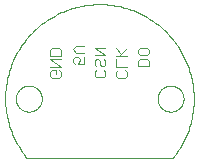
<source format=gbo>
G75*
%MOIN*%
%OFA0B0*%
%FSLAX25Y25*%
%IPPOS*%
%LPD*%
%AMOC8*
5,1,8,0,0,1.08239X$1,22.5*
%
%ADD10C,0.00000*%
%ADD11C,0.00300*%
%ADD12C,0.00400*%
D10*
X0008237Y0001406D02*
X0057056Y0001406D01*
X0051937Y0021091D02*
X0051939Y0021222D01*
X0051945Y0021354D01*
X0051955Y0021485D01*
X0051969Y0021616D01*
X0051987Y0021746D01*
X0052009Y0021875D01*
X0052034Y0022004D01*
X0052064Y0022132D01*
X0052098Y0022259D01*
X0052135Y0022386D01*
X0052176Y0022510D01*
X0052221Y0022634D01*
X0052270Y0022756D01*
X0052322Y0022877D01*
X0052378Y0022995D01*
X0052438Y0023113D01*
X0052501Y0023228D01*
X0052568Y0023341D01*
X0052638Y0023453D01*
X0052711Y0023562D01*
X0052787Y0023668D01*
X0052867Y0023773D01*
X0052950Y0023875D01*
X0053036Y0023974D01*
X0053125Y0024071D01*
X0053217Y0024165D01*
X0053312Y0024256D01*
X0053409Y0024345D01*
X0053509Y0024430D01*
X0053612Y0024512D01*
X0053717Y0024591D01*
X0053824Y0024667D01*
X0053934Y0024739D01*
X0054046Y0024808D01*
X0054160Y0024874D01*
X0054275Y0024936D01*
X0054393Y0024995D01*
X0054512Y0025050D01*
X0054633Y0025102D01*
X0054756Y0025149D01*
X0054880Y0025193D01*
X0055005Y0025234D01*
X0055131Y0025270D01*
X0055259Y0025303D01*
X0055387Y0025331D01*
X0055516Y0025356D01*
X0055646Y0025377D01*
X0055776Y0025394D01*
X0055907Y0025407D01*
X0056038Y0025416D01*
X0056169Y0025421D01*
X0056301Y0025422D01*
X0056432Y0025419D01*
X0056564Y0025412D01*
X0056695Y0025401D01*
X0056825Y0025386D01*
X0056955Y0025367D01*
X0057085Y0025344D01*
X0057213Y0025318D01*
X0057341Y0025287D01*
X0057468Y0025252D01*
X0057594Y0025214D01*
X0057718Y0025172D01*
X0057842Y0025126D01*
X0057963Y0025076D01*
X0058083Y0025023D01*
X0058202Y0024966D01*
X0058319Y0024906D01*
X0058433Y0024842D01*
X0058546Y0024774D01*
X0058657Y0024703D01*
X0058766Y0024629D01*
X0058872Y0024552D01*
X0058976Y0024471D01*
X0059077Y0024388D01*
X0059176Y0024301D01*
X0059272Y0024211D01*
X0059365Y0024118D01*
X0059456Y0024023D01*
X0059543Y0023925D01*
X0059628Y0023824D01*
X0059709Y0023721D01*
X0059787Y0023615D01*
X0059862Y0023507D01*
X0059934Y0023397D01*
X0060002Y0023285D01*
X0060067Y0023171D01*
X0060128Y0023054D01*
X0060186Y0022936D01*
X0060240Y0022816D01*
X0060291Y0022695D01*
X0060338Y0022572D01*
X0060381Y0022448D01*
X0060420Y0022323D01*
X0060456Y0022196D01*
X0060487Y0022068D01*
X0060515Y0021940D01*
X0060539Y0021811D01*
X0060559Y0021681D01*
X0060575Y0021550D01*
X0060587Y0021419D01*
X0060595Y0021288D01*
X0060599Y0021157D01*
X0060599Y0021025D01*
X0060595Y0020894D01*
X0060587Y0020763D01*
X0060575Y0020632D01*
X0060559Y0020501D01*
X0060539Y0020371D01*
X0060515Y0020242D01*
X0060487Y0020114D01*
X0060456Y0019986D01*
X0060420Y0019859D01*
X0060381Y0019734D01*
X0060338Y0019610D01*
X0060291Y0019487D01*
X0060240Y0019366D01*
X0060186Y0019246D01*
X0060128Y0019128D01*
X0060067Y0019011D01*
X0060002Y0018897D01*
X0059934Y0018785D01*
X0059862Y0018675D01*
X0059787Y0018567D01*
X0059709Y0018461D01*
X0059628Y0018358D01*
X0059543Y0018257D01*
X0059456Y0018159D01*
X0059365Y0018064D01*
X0059272Y0017971D01*
X0059176Y0017881D01*
X0059077Y0017794D01*
X0058976Y0017711D01*
X0058872Y0017630D01*
X0058766Y0017553D01*
X0058657Y0017479D01*
X0058546Y0017408D01*
X0058434Y0017340D01*
X0058319Y0017276D01*
X0058202Y0017216D01*
X0058083Y0017159D01*
X0057963Y0017106D01*
X0057842Y0017056D01*
X0057718Y0017010D01*
X0057594Y0016968D01*
X0057468Y0016930D01*
X0057341Y0016895D01*
X0057213Y0016864D01*
X0057085Y0016838D01*
X0056955Y0016815D01*
X0056825Y0016796D01*
X0056695Y0016781D01*
X0056564Y0016770D01*
X0056432Y0016763D01*
X0056301Y0016760D01*
X0056169Y0016761D01*
X0056038Y0016766D01*
X0055907Y0016775D01*
X0055776Y0016788D01*
X0055646Y0016805D01*
X0055516Y0016826D01*
X0055387Y0016851D01*
X0055259Y0016879D01*
X0055131Y0016912D01*
X0055005Y0016948D01*
X0054880Y0016989D01*
X0054756Y0017033D01*
X0054633Y0017080D01*
X0054512Y0017132D01*
X0054393Y0017187D01*
X0054275Y0017246D01*
X0054160Y0017308D01*
X0054046Y0017374D01*
X0053934Y0017443D01*
X0053824Y0017515D01*
X0053717Y0017591D01*
X0053612Y0017670D01*
X0053509Y0017752D01*
X0053409Y0017837D01*
X0053312Y0017926D01*
X0053217Y0018017D01*
X0053125Y0018111D01*
X0053036Y0018208D01*
X0052950Y0018307D01*
X0052867Y0018409D01*
X0052787Y0018514D01*
X0052711Y0018620D01*
X0052638Y0018729D01*
X0052568Y0018841D01*
X0052501Y0018954D01*
X0052438Y0019069D01*
X0052378Y0019187D01*
X0052322Y0019305D01*
X0052270Y0019426D01*
X0052221Y0019548D01*
X0052176Y0019672D01*
X0052135Y0019796D01*
X0052098Y0019923D01*
X0052064Y0020050D01*
X0052034Y0020178D01*
X0052009Y0020307D01*
X0051987Y0020436D01*
X0051969Y0020566D01*
X0051955Y0020697D01*
X0051945Y0020828D01*
X0051939Y0020960D01*
X0051937Y0021091D01*
X0004693Y0021091D02*
X0004695Y0021222D01*
X0004701Y0021354D01*
X0004711Y0021485D01*
X0004725Y0021616D01*
X0004743Y0021746D01*
X0004765Y0021875D01*
X0004790Y0022004D01*
X0004820Y0022132D01*
X0004854Y0022259D01*
X0004891Y0022386D01*
X0004932Y0022510D01*
X0004977Y0022634D01*
X0005026Y0022756D01*
X0005078Y0022877D01*
X0005134Y0022995D01*
X0005194Y0023113D01*
X0005257Y0023228D01*
X0005324Y0023341D01*
X0005394Y0023453D01*
X0005467Y0023562D01*
X0005543Y0023668D01*
X0005623Y0023773D01*
X0005706Y0023875D01*
X0005792Y0023974D01*
X0005881Y0024071D01*
X0005973Y0024165D01*
X0006068Y0024256D01*
X0006165Y0024345D01*
X0006265Y0024430D01*
X0006368Y0024512D01*
X0006473Y0024591D01*
X0006580Y0024667D01*
X0006690Y0024739D01*
X0006802Y0024808D01*
X0006916Y0024874D01*
X0007031Y0024936D01*
X0007149Y0024995D01*
X0007268Y0025050D01*
X0007389Y0025102D01*
X0007512Y0025149D01*
X0007636Y0025193D01*
X0007761Y0025234D01*
X0007887Y0025270D01*
X0008015Y0025303D01*
X0008143Y0025331D01*
X0008272Y0025356D01*
X0008402Y0025377D01*
X0008532Y0025394D01*
X0008663Y0025407D01*
X0008794Y0025416D01*
X0008925Y0025421D01*
X0009057Y0025422D01*
X0009188Y0025419D01*
X0009320Y0025412D01*
X0009451Y0025401D01*
X0009581Y0025386D01*
X0009711Y0025367D01*
X0009841Y0025344D01*
X0009969Y0025318D01*
X0010097Y0025287D01*
X0010224Y0025252D01*
X0010350Y0025214D01*
X0010474Y0025172D01*
X0010598Y0025126D01*
X0010719Y0025076D01*
X0010839Y0025023D01*
X0010958Y0024966D01*
X0011075Y0024906D01*
X0011189Y0024842D01*
X0011302Y0024774D01*
X0011413Y0024703D01*
X0011522Y0024629D01*
X0011628Y0024552D01*
X0011732Y0024471D01*
X0011833Y0024388D01*
X0011932Y0024301D01*
X0012028Y0024211D01*
X0012121Y0024118D01*
X0012212Y0024023D01*
X0012299Y0023925D01*
X0012384Y0023824D01*
X0012465Y0023721D01*
X0012543Y0023615D01*
X0012618Y0023507D01*
X0012690Y0023397D01*
X0012758Y0023285D01*
X0012823Y0023171D01*
X0012884Y0023054D01*
X0012942Y0022936D01*
X0012996Y0022816D01*
X0013047Y0022695D01*
X0013094Y0022572D01*
X0013137Y0022448D01*
X0013176Y0022323D01*
X0013212Y0022196D01*
X0013243Y0022068D01*
X0013271Y0021940D01*
X0013295Y0021811D01*
X0013315Y0021681D01*
X0013331Y0021550D01*
X0013343Y0021419D01*
X0013351Y0021288D01*
X0013355Y0021157D01*
X0013355Y0021025D01*
X0013351Y0020894D01*
X0013343Y0020763D01*
X0013331Y0020632D01*
X0013315Y0020501D01*
X0013295Y0020371D01*
X0013271Y0020242D01*
X0013243Y0020114D01*
X0013212Y0019986D01*
X0013176Y0019859D01*
X0013137Y0019734D01*
X0013094Y0019610D01*
X0013047Y0019487D01*
X0012996Y0019366D01*
X0012942Y0019246D01*
X0012884Y0019128D01*
X0012823Y0019011D01*
X0012758Y0018897D01*
X0012690Y0018785D01*
X0012618Y0018675D01*
X0012543Y0018567D01*
X0012465Y0018461D01*
X0012384Y0018358D01*
X0012299Y0018257D01*
X0012212Y0018159D01*
X0012121Y0018064D01*
X0012028Y0017971D01*
X0011932Y0017881D01*
X0011833Y0017794D01*
X0011732Y0017711D01*
X0011628Y0017630D01*
X0011522Y0017553D01*
X0011413Y0017479D01*
X0011302Y0017408D01*
X0011190Y0017340D01*
X0011075Y0017276D01*
X0010958Y0017216D01*
X0010839Y0017159D01*
X0010719Y0017106D01*
X0010598Y0017056D01*
X0010474Y0017010D01*
X0010350Y0016968D01*
X0010224Y0016930D01*
X0010097Y0016895D01*
X0009969Y0016864D01*
X0009841Y0016838D01*
X0009711Y0016815D01*
X0009581Y0016796D01*
X0009451Y0016781D01*
X0009320Y0016770D01*
X0009188Y0016763D01*
X0009057Y0016760D01*
X0008925Y0016761D01*
X0008794Y0016766D01*
X0008663Y0016775D01*
X0008532Y0016788D01*
X0008402Y0016805D01*
X0008272Y0016826D01*
X0008143Y0016851D01*
X0008015Y0016879D01*
X0007887Y0016912D01*
X0007761Y0016948D01*
X0007636Y0016989D01*
X0007512Y0017033D01*
X0007389Y0017080D01*
X0007268Y0017132D01*
X0007149Y0017187D01*
X0007031Y0017246D01*
X0006916Y0017308D01*
X0006802Y0017374D01*
X0006690Y0017443D01*
X0006580Y0017515D01*
X0006473Y0017591D01*
X0006368Y0017670D01*
X0006265Y0017752D01*
X0006165Y0017837D01*
X0006068Y0017926D01*
X0005973Y0018017D01*
X0005881Y0018111D01*
X0005792Y0018208D01*
X0005706Y0018307D01*
X0005623Y0018409D01*
X0005543Y0018514D01*
X0005467Y0018620D01*
X0005394Y0018729D01*
X0005324Y0018841D01*
X0005257Y0018954D01*
X0005194Y0019069D01*
X0005134Y0019187D01*
X0005078Y0019305D01*
X0005026Y0019426D01*
X0004977Y0019548D01*
X0004932Y0019672D01*
X0004891Y0019796D01*
X0004854Y0019923D01*
X0004820Y0020050D01*
X0004790Y0020178D01*
X0004765Y0020307D01*
X0004743Y0020436D01*
X0004725Y0020566D01*
X0004711Y0020697D01*
X0004701Y0020828D01*
X0004695Y0020960D01*
X0004693Y0021091D01*
D11*
X0001150Y0021092D02*
X0001159Y0021861D01*
X0001187Y0022630D01*
X0001233Y0023398D01*
X0001298Y0024165D01*
X0001382Y0024930D01*
X0001485Y0025693D01*
X0001606Y0026453D01*
X0001746Y0027210D01*
X0001905Y0027963D01*
X0002082Y0028712D01*
X0002277Y0029456D01*
X0002490Y0030196D01*
X0002722Y0030930D01*
X0002971Y0031658D01*
X0003238Y0032380D01*
X0003522Y0033095D01*
X0003824Y0033802D01*
X0004144Y0034503D01*
X0004480Y0035195D01*
X0004833Y0035879D01*
X0005203Y0036554D01*
X0005589Y0037219D01*
X0005992Y0037875D01*
X0006410Y0038521D01*
X0006844Y0039157D01*
X0007293Y0039781D01*
X0007758Y0040395D01*
X0008238Y0040997D01*
X0008732Y0041587D01*
X0009240Y0042165D01*
X0009762Y0042730D01*
X0010299Y0043282D01*
X0010848Y0043821D01*
X0011410Y0044346D01*
X0011986Y0044857D01*
X0012573Y0045354D01*
X0013173Y0045837D01*
X0013784Y0046305D01*
X0014406Y0046757D01*
X0015040Y0047195D01*
X0015683Y0047616D01*
X0016337Y0048022D01*
X0017001Y0048412D01*
X0017674Y0048785D01*
X0018356Y0049141D01*
X0019047Y0049481D01*
X0019745Y0049804D01*
X0020451Y0050110D01*
X0021165Y0050398D01*
X0021885Y0050668D01*
X0022612Y0050921D01*
X0023345Y0051156D01*
X0024083Y0051374D01*
X0024827Y0051572D01*
X0025575Y0051753D01*
X0026327Y0051915D01*
X0027083Y0052059D01*
X0027843Y0052184D01*
X0028605Y0052291D01*
X0029369Y0052379D01*
X0030136Y0052448D01*
X0030904Y0052498D01*
X0031673Y0052530D01*
X0032442Y0052543D01*
X0033212Y0052537D01*
X0033981Y0052512D01*
X0034749Y0052468D01*
X0035516Y0052405D01*
X0036282Y0052324D01*
X0037045Y0052224D01*
X0037805Y0052105D01*
X0038562Y0051968D01*
X0039316Y0051812D01*
X0040066Y0051638D01*
X0040811Y0051445D01*
X0041551Y0051235D01*
X0042286Y0051006D01*
X0043015Y0050759D01*
X0043737Y0050495D01*
X0044453Y0050213D01*
X0045162Y0049913D01*
X0045864Y0049596D01*
X0046557Y0049262D01*
X0047242Y0048912D01*
X0047918Y0048544D01*
X0048585Y0048160D01*
X0049243Y0047760D01*
X0049890Y0047344D01*
X0050527Y0046912D01*
X0051153Y0046465D01*
X0051769Y0046003D01*
X0052372Y0045525D01*
X0052964Y0045033D01*
X0053544Y0044527D01*
X0054110Y0044006D01*
X0054665Y0043472D01*
X0055205Y0042925D01*
X0055733Y0042364D01*
X0056246Y0041791D01*
X0056745Y0041205D01*
X0057230Y0040607D01*
X0057700Y0039998D01*
X0058154Y0039377D01*
X0058594Y0038745D01*
X0059018Y0038103D01*
X0059426Y0037450D01*
X0059818Y0036788D01*
X0060193Y0036116D01*
X0060552Y0035435D01*
X0060894Y0034746D01*
X0061220Y0034049D01*
X0061528Y0033343D01*
X0061819Y0032631D01*
X0062092Y0031911D01*
X0062347Y0031185D01*
X0062585Y0030453D01*
X0062804Y0029716D01*
X0063006Y0028973D01*
X0063189Y0028226D01*
X0063354Y0027474D01*
X0063501Y0026718D01*
X0063629Y0025959D01*
X0063738Y0025198D01*
X0063828Y0024433D01*
X0063900Y0023667D01*
X0063953Y0022899D01*
X0063988Y0022131D01*
X0064003Y0021361D01*
X0064000Y0020592D01*
X0063977Y0019822D01*
X0063936Y0019054D01*
X0063876Y0018287D01*
X0063798Y0017521D01*
X0063700Y0016758D01*
X0063584Y0015997D01*
X0063450Y0015239D01*
X0063296Y0014485D01*
X0063125Y0013735D01*
X0062935Y0012989D01*
X0062727Y0012248D01*
X0062501Y0011512D01*
X0062257Y0010782D01*
X0061995Y0010059D01*
X0061715Y0009342D01*
X0061418Y0008632D01*
X0061104Y0007929D01*
X0060772Y0007235D01*
X0060424Y0006549D01*
X0060059Y0005871D01*
X0059677Y0005203D01*
X0059279Y0004544D01*
X0058866Y0003895D01*
X0058436Y0003256D01*
X0057991Y0002629D01*
X0057531Y0002012D01*
X0057055Y0001407D01*
X0008236Y0001406D02*
X0007762Y0002002D01*
X0007302Y0002609D01*
X0006856Y0003227D01*
X0006426Y0003856D01*
X0006011Y0004495D01*
X0005612Y0005143D01*
X0005229Y0005802D01*
X0004862Y0006469D01*
X0004511Y0007145D01*
X0004176Y0007829D01*
X0003858Y0008522D01*
X0003557Y0009221D01*
X0003273Y0009928D01*
X0003007Y0010642D01*
X0002757Y0011362D01*
X0002526Y0012087D01*
X0002312Y0012818D01*
X0002115Y0013554D01*
X0001937Y0014295D01*
X0001776Y0015039D01*
X0001634Y0015788D01*
X0001510Y0016539D01*
X0001404Y0017293D01*
X0001316Y0018050D01*
X0001247Y0018809D01*
X0001196Y0019569D01*
X0001164Y0020330D01*
X0001150Y0021091D01*
D12*
X0016177Y0028695D02*
X0016177Y0029896D01*
X0016777Y0030497D01*
X0017978Y0030497D01*
X0017978Y0029296D01*
X0019179Y0030497D02*
X0019780Y0029896D01*
X0019780Y0028695D01*
X0019179Y0028094D01*
X0016777Y0028094D01*
X0016177Y0028695D01*
X0016177Y0031778D02*
X0019780Y0031778D01*
X0016177Y0034180D01*
X0019780Y0034180D01*
X0019780Y0035461D02*
X0019780Y0037262D01*
X0019179Y0037863D01*
X0016777Y0037863D01*
X0016177Y0037262D01*
X0016177Y0035461D01*
X0019780Y0035461D01*
X0023696Y0034463D02*
X0023696Y0033262D01*
X0024297Y0032661D01*
X0025498Y0032661D02*
X0026098Y0033862D01*
X0026098Y0034463D01*
X0025498Y0035063D01*
X0024297Y0035063D01*
X0023696Y0034463D01*
X0024897Y0036345D02*
X0023696Y0037546D01*
X0024897Y0038747D01*
X0027300Y0038747D01*
X0027300Y0036345D02*
X0024897Y0036345D01*
X0027300Y0035063D02*
X0027300Y0032661D01*
X0025498Y0032661D01*
X0030948Y0032447D02*
X0031549Y0031846D01*
X0030948Y0032447D02*
X0030948Y0033648D01*
X0031549Y0034248D01*
X0032149Y0034248D01*
X0032750Y0033648D01*
X0032750Y0032447D01*
X0033350Y0031846D01*
X0033951Y0031846D01*
X0034552Y0032447D01*
X0034552Y0033648D01*
X0033951Y0034248D01*
X0034552Y0035529D02*
X0030948Y0035529D01*
X0030948Y0037931D02*
X0034552Y0037931D01*
X0034552Y0035529D02*
X0030948Y0037931D01*
X0038035Y0037853D02*
X0039837Y0036051D01*
X0039236Y0035451D02*
X0041638Y0037853D01*
X0041638Y0035451D02*
X0038035Y0035451D01*
X0038035Y0034170D02*
X0038035Y0031768D01*
X0041638Y0031768D01*
X0041038Y0030486D02*
X0041638Y0029886D01*
X0041638Y0028685D01*
X0041038Y0028084D01*
X0038636Y0028084D01*
X0038035Y0028685D01*
X0038035Y0029886D01*
X0038636Y0030486D01*
X0034552Y0029965D02*
X0034552Y0028764D01*
X0033951Y0028163D01*
X0031549Y0028163D01*
X0030948Y0028764D01*
X0030948Y0029965D01*
X0031549Y0030565D01*
X0033951Y0030565D02*
X0034552Y0029965D01*
X0045350Y0031913D02*
X0045350Y0033715D01*
X0045951Y0034315D01*
X0048353Y0034315D01*
X0048953Y0033715D01*
X0048953Y0031913D01*
X0045350Y0031913D01*
X0045951Y0035597D02*
X0045350Y0036197D01*
X0045350Y0037398D01*
X0045951Y0037999D01*
X0048353Y0037999D01*
X0048953Y0037398D01*
X0048953Y0036197D01*
X0048353Y0035597D01*
X0045951Y0035597D01*
M02*

</source>
